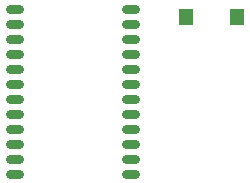
<source format=gtp>
G75*
G70*
%OFA0B0*%
%FSLAX24Y24*%
%IPPOS*%
%LPD*%
%AMOC8*
5,1,8,0,0,1.08239X$1,22.5*
%
%ADD10C,0.0300*%
%ADD11R,0.0500X0.0579*%
D10*
X018305Y003905D02*
X018605Y003905D01*
X018605Y004405D02*
X018305Y004405D01*
X018305Y004905D02*
X018605Y004905D01*
X018605Y005405D02*
X018305Y005405D01*
X018305Y005905D02*
X018605Y005905D01*
X018605Y006405D02*
X018305Y006405D01*
X018305Y006905D02*
X018605Y006905D01*
X018605Y007405D02*
X018305Y007405D01*
X018305Y007905D02*
X018605Y007905D01*
X018605Y008405D02*
X018305Y008405D01*
X018305Y008905D02*
X018605Y008905D01*
X018605Y009405D02*
X018305Y009405D01*
X022155Y009405D02*
X022455Y009405D01*
X022455Y008905D02*
X022155Y008905D01*
X022155Y008405D02*
X022455Y008405D01*
X022455Y007905D02*
X022155Y007905D01*
X022155Y007405D02*
X022455Y007405D01*
X022455Y006905D02*
X022155Y006905D01*
X022155Y006405D02*
X022455Y006405D01*
X022455Y005905D02*
X022155Y005905D01*
X022155Y005405D02*
X022455Y005405D01*
X022455Y004905D02*
X022155Y004905D01*
X022155Y004405D02*
X022455Y004405D01*
X022455Y003905D02*
X022155Y003905D01*
D11*
X024159Y009155D03*
X025852Y009155D03*
M02*

</source>
